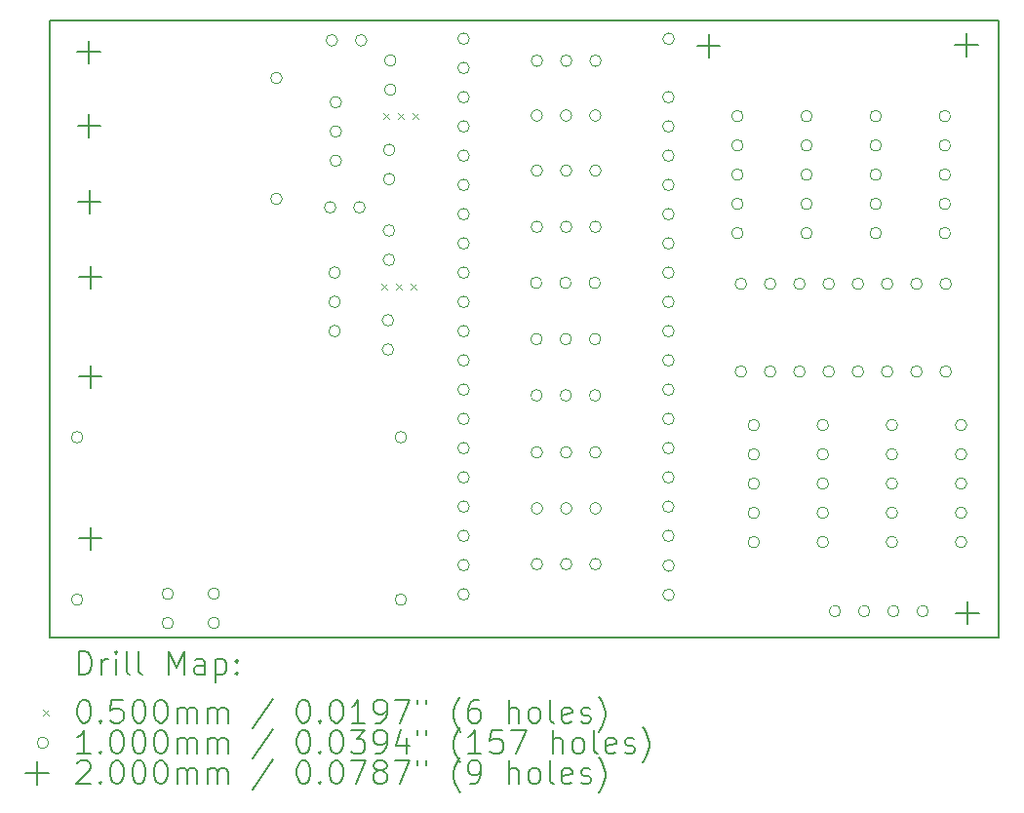
<source format=gbr>
%TF.GenerationSoftware,KiCad,Pcbnew,9.0.4*%
%TF.CreationDate,2026-01-06T18:54:20+03:00*%
%TF.ProjectId,pico-hd-mcu-v3,7069636f-2d68-4642-9d6d-63752d76332e,rev?*%
%TF.SameCoordinates,Original*%
%TF.FileFunction,Drillmap*%
%TF.FilePolarity,Positive*%
%FSLAX45Y45*%
G04 Gerber Fmt 4.5, Leading zero omitted, Abs format (unit mm)*
G04 Created by KiCad (PCBNEW 9.0.4) date 2026-01-06 18:54:20*
%MOMM*%
%LPD*%
G01*
G04 APERTURE LIST*
%ADD10C,0.200000*%
%ADD11C,0.100000*%
G04 APERTURE END LIST*
D10*
X3647000Y-2104000D02*
X11882250Y-2104000D01*
X11882250Y-7465000D01*
X3647000Y-7465000D01*
X3647000Y-2104000D01*
D11*
X6530000Y-4390750D02*
X6580000Y-4440750D01*
X6580000Y-4390750D02*
X6530000Y-4440750D01*
X6540000Y-2912750D02*
X6590000Y-2962750D01*
X6590000Y-2912750D02*
X6540000Y-2962750D01*
X6657000Y-4390750D02*
X6707000Y-4440750D01*
X6707000Y-4390750D02*
X6657000Y-4440750D01*
X6667000Y-2912750D02*
X6717000Y-2962750D01*
X6717000Y-2912750D02*
X6667000Y-2962750D01*
X6784000Y-4390750D02*
X6834000Y-4440750D01*
X6834000Y-4390750D02*
X6784000Y-4440750D01*
X6794000Y-2912750D02*
X6844000Y-2962750D01*
X6844000Y-2912750D02*
X6794000Y-2962750D01*
X3934750Y-5725250D02*
G75*
G02*
X3834750Y-5725250I-50000J0D01*
G01*
X3834750Y-5725250D02*
G75*
G02*
X3934750Y-5725250I50000J0D01*
G01*
X3934750Y-7135250D02*
G75*
G02*
X3834750Y-7135250I-50000J0D01*
G01*
X3834750Y-7135250D02*
G75*
G02*
X3934750Y-7135250I50000J0D01*
G01*
X4721250Y-7085250D02*
G75*
G02*
X4621250Y-7085250I-50000J0D01*
G01*
X4621250Y-7085250D02*
G75*
G02*
X4721250Y-7085250I50000J0D01*
G01*
X4721250Y-7339250D02*
G75*
G02*
X4621250Y-7339250I-50000J0D01*
G01*
X4621250Y-7339250D02*
G75*
G02*
X4721250Y-7339250I50000J0D01*
G01*
X5121750Y-7084250D02*
G75*
G02*
X5021750Y-7084250I-50000J0D01*
G01*
X5021750Y-7084250D02*
G75*
G02*
X5121750Y-7084250I50000J0D01*
G01*
X5121750Y-7338250D02*
G75*
G02*
X5021750Y-7338250I-50000J0D01*
G01*
X5021750Y-7338250D02*
G75*
G02*
X5121750Y-7338250I50000J0D01*
G01*
X5665000Y-2605250D02*
G75*
G02*
X5565000Y-2605250I-50000J0D01*
G01*
X5565000Y-2605250D02*
G75*
G02*
X5665000Y-2605250I50000J0D01*
G01*
X5665000Y-3655250D02*
G75*
G02*
X5565000Y-3655250I-50000J0D01*
G01*
X5565000Y-3655250D02*
G75*
G02*
X5665000Y-3655250I50000J0D01*
G01*
X6131000Y-3728000D02*
G75*
G02*
X6031000Y-3728000I-50000J0D01*
G01*
X6031000Y-3728000D02*
G75*
G02*
X6131000Y-3728000I50000J0D01*
G01*
X6146000Y-2278500D02*
G75*
G02*
X6046000Y-2278500I-50000J0D01*
G01*
X6046000Y-2278500D02*
G75*
G02*
X6146000Y-2278500I50000J0D01*
G01*
X6170000Y-4295250D02*
G75*
G02*
X6070000Y-4295250I-50000J0D01*
G01*
X6070000Y-4295250D02*
G75*
G02*
X6170000Y-4295250I50000J0D01*
G01*
X6170000Y-4549250D02*
G75*
G02*
X6070000Y-4549250I-50000J0D01*
G01*
X6070000Y-4549250D02*
G75*
G02*
X6170000Y-4549250I50000J0D01*
G01*
X6170000Y-4803250D02*
G75*
G02*
X6070000Y-4803250I-50000J0D01*
G01*
X6070000Y-4803250D02*
G75*
G02*
X6170000Y-4803250I50000J0D01*
G01*
X6180000Y-2815250D02*
G75*
G02*
X6080000Y-2815250I-50000J0D01*
G01*
X6080000Y-2815250D02*
G75*
G02*
X6180000Y-2815250I50000J0D01*
G01*
X6180000Y-3069250D02*
G75*
G02*
X6080000Y-3069250I-50000J0D01*
G01*
X6080000Y-3069250D02*
G75*
G02*
X6180000Y-3069250I50000J0D01*
G01*
X6180000Y-3323250D02*
G75*
G02*
X6080000Y-3323250I-50000J0D01*
G01*
X6080000Y-3323250D02*
G75*
G02*
X6180000Y-3323250I50000J0D01*
G01*
X6385000Y-3728000D02*
G75*
G02*
X6285000Y-3728000I-50000J0D01*
G01*
X6285000Y-3728000D02*
G75*
G02*
X6385000Y-3728000I50000J0D01*
G01*
X6400000Y-2278500D02*
G75*
G02*
X6300000Y-2278500I-50000J0D01*
G01*
X6300000Y-2278500D02*
G75*
G02*
X6400000Y-2278500I50000J0D01*
G01*
X6633000Y-4709250D02*
G75*
G02*
X6533000Y-4709250I-50000J0D01*
G01*
X6533000Y-4709250D02*
G75*
G02*
X6633000Y-4709250I50000J0D01*
G01*
X6633000Y-4963250D02*
G75*
G02*
X6533000Y-4963250I-50000J0D01*
G01*
X6533000Y-4963250D02*
G75*
G02*
X6633000Y-4963250I50000J0D01*
G01*
X6642000Y-3929750D02*
G75*
G02*
X6542000Y-3929750I-50000J0D01*
G01*
X6542000Y-3929750D02*
G75*
G02*
X6642000Y-3929750I50000J0D01*
G01*
X6642000Y-4183750D02*
G75*
G02*
X6542000Y-4183750I-50000J0D01*
G01*
X6542000Y-4183750D02*
G75*
G02*
X6642000Y-4183750I50000J0D01*
G01*
X6644000Y-3229250D02*
G75*
G02*
X6544000Y-3229250I-50000J0D01*
G01*
X6544000Y-3229250D02*
G75*
G02*
X6644000Y-3229250I50000J0D01*
G01*
X6644000Y-3483250D02*
G75*
G02*
X6544000Y-3483250I-50000J0D01*
G01*
X6544000Y-3483250D02*
G75*
G02*
X6644000Y-3483250I50000J0D01*
G01*
X6653500Y-2452250D02*
G75*
G02*
X6553500Y-2452250I-50000J0D01*
G01*
X6553500Y-2452250D02*
G75*
G02*
X6653500Y-2452250I50000J0D01*
G01*
X6653500Y-2706250D02*
G75*
G02*
X6553500Y-2706250I-50000J0D01*
G01*
X6553500Y-2706250D02*
G75*
G02*
X6653500Y-2706250I50000J0D01*
G01*
X6744750Y-5725250D02*
G75*
G02*
X6644750Y-5725250I-50000J0D01*
G01*
X6644750Y-5725250D02*
G75*
G02*
X6744750Y-5725250I50000J0D01*
G01*
X6744750Y-7135250D02*
G75*
G02*
X6644750Y-7135250I-50000J0D01*
G01*
X6644750Y-7135250D02*
G75*
G02*
X6744750Y-7135250I50000J0D01*
G01*
X7290250Y-2264250D02*
G75*
G02*
X7190250Y-2264250I-50000J0D01*
G01*
X7190250Y-2264250D02*
G75*
G02*
X7290250Y-2264250I50000J0D01*
G01*
X7290250Y-2518250D02*
G75*
G02*
X7190250Y-2518250I-50000J0D01*
G01*
X7190250Y-2518250D02*
G75*
G02*
X7290250Y-2518250I50000J0D01*
G01*
X7290250Y-2772250D02*
G75*
G02*
X7190250Y-2772250I-50000J0D01*
G01*
X7190250Y-2772250D02*
G75*
G02*
X7290250Y-2772250I50000J0D01*
G01*
X7290250Y-3026250D02*
G75*
G02*
X7190250Y-3026250I-50000J0D01*
G01*
X7190250Y-3026250D02*
G75*
G02*
X7290250Y-3026250I50000J0D01*
G01*
X7290250Y-3280250D02*
G75*
G02*
X7190250Y-3280250I-50000J0D01*
G01*
X7190250Y-3280250D02*
G75*
G02*
X7290250Y-3280250I50000J0D01*
G01*
X7290250Y-3534250D02*
G75*
G02*
X7190250Y-3534250I-50000J0D01*
G01*
X7190250Y-3534250D02*
G75*
G02*
X7290250Y-3534250I50000J0D01*
G01*
X7290250Y-3788250D02*
G75*
G02*
X7190250Y-3788250I-50000J0D01*
G01*
X7190250Y-3788250D02*
G75*
G02*
X7290250Y-3788250I50000J0D01*
G01*
X7290250Y-4042250D02*
G75*
G02*
X7190250Y-4042250I-50000J0D01*
G01*
X7190250Y-4042250D02*
G75*
G02*
X7290250Y-4042250I50000J0D01*
G01*
X7290250Y-4296250D02*
G75*
G02*
X7190250Y-4296250I-50000J0D01*
G01*
X7190250Y-4296250D02*
G75*
G02*
X7290250Y-4296250I50000J0D01*
G01*
X7290250Y-4550250D02*
G75*
G02*
X7190250Y-4550250I-50000J0D01*
G01*
X7190250Y-4550250D02*
G75*
G02*
X7290250Y-4550250I50000J0D01*
G01*
X7290250Y-4804250D02*
G75*
G02*
X7190250Y-4804250I-50000J0D01*
G01*
X7190250Y-4804250D02*
G75*
G02*
X7290250Y-4804250I50000J0D01*
G01*
X7290250Y-5058250D02*
G75*
G02*
X7190250Y-5058250I-50000J0D01*
G01*
X7190250Y-5058250D02*
G75*
G02*
X7290250Y-5058250I50000J0D01*
G01*
X7290250Y-5312250D02*
G75*
G02*
X7190250Y-5312250I-50000J0D01*
G01*
X7190250Y-5312250D02*
G75*
G02*
X7290250Y-5312250I50000J0D01*
G01*
X7290250Y-5566250D02*
G75*
G02*
X7190250Y-5566250I-50000J0D01*
G01*
X7190250Y-5566250D02*
G75*
G02*
X7290250Y-5566250I50000J0D01*
G01*
X7290250Y-5820250D02*
G75*
G02*
X7190250Y-5820250I-50000J0D01*
G01*
X7190250Y-5820250D02*
G75*
G02*
X7290250Y-5820250I50000J0D01*
G01*
X7290250Y-6074250D02*
G75*
G02*
X7190250Y-6074250I-50000J0D01*
G01*
X7190250Y-6074250D02*
G75*
G02*
X7290250Y-6074250I50000J0D01*
G01*
X7290250Y-6328250D02*
G75*
G02*
X7190250Y-6328250I-50000J0D01*
G01*
X7190250Y-6328250D02*
G75*
G02*
X7290250Y-6328250I50000J0D01*
G01*
X7290250Y-6582250D02*
G75*
G02*
X7190250Y-6582250I-50000J0D01*
G01*
X7190250Y-6582250D02*
G75*
G02*
X7290250Y-6582250I50000J0D01*
G01*
X7290250Y-6836250D02*
G75*
G02*
X7190250Y-6836250I-50000J0D01*
G01*
X7190250Y-6836250D02*
G75*
G02*
X7290250Y-6836250I50000J0D01*
G01*
X7290250Y-7090250D02*
G75*
G02*
X7190250Y-7090250I-50000J0D01*
G01*
X7190250Y-7090250D02*
G75*
G02*
X7290250Y-7090250I50000J0D01*
G01*
X7920000Y-4384000D02*
G75*
G02*
X7820000Y-4384000I-50000J0D01*
G01*
X7820000Y-4384000D02*
G75*
G02*
X7920000Y-4384000I50000J0D01*
G01*
X7923000Y-4873000D02*
G75*
G02*
X7823000Y-4873000I-50000J0D01*
G01*
X7823000Y-4873000D02*
G75*
G02*
X7923000Y-4873000I50000J0D01*
G01*
X7923000Y-5362000D02*
G75*
G02*
X7823000Y-5362000I-50000J0D01*
G01*
X7823000Y-5362000D02*
G75*
G02*
X7923000Y-5362000I50000J0D01*
G01*
X7925000Y-5856000D02*
G75*
G02*
X7825000Y-5856000I-50000J0D01*
G01*
X7825000Y-5856000D02*
G75*
G02*
X7925000Y-5856000I50000J0D01*
G01*
X7926000Y-2931000D02*
G75*
G02*
X7826000Y-2931000I-50000J0D01*
G01*
X7826000Y-2931000D02*
G75*
G02*
X7926000Y-2931000I50000J0D01*
G01*
X7926000Y-3898000D02*
G75*
G02*
X7826000Y-3898000I-50000J0D01*
G01*
X7826000Y-3898000D02*
G75*
G02*
X7926000Y-3898000I50000J0D01*
G01*
X7926250Y-3410000D02*
G75*
G02*
X7826250Y-3410000I-50000J0D01*
G01*
X7826250Y-3410000D02*
G75*
G02*
X7926250Y-3410000I50000J0D01*
G01*
X7927000Y-2455000D02*
G75*
G02*
X7827000Y-2455000I-50000J0D01*
G01*
X7827000Y-2455000D02*
G75*
G02*
X7927000Y-2455000I50000J0D01*
G01*
X7927000Y-6343000D02*
G75*
G02*
X7827000Y-6343000I-50000J0D01*
G01*
X7827000Y-6343000D02*
G75*
G02*
X7927000Y-6343000I50000J0D01*
G01*
X7927000Y-6828000D02*
G75*
G02*
X7827000Y-6828000I-50000J0D01*
G01*
X7827000Y-6828000D02*
G75*
G02*
X7927000Y-6828000I50000J0D01*
G01*
X8174000Y-4384000D02*
G75*
G02*
X8074000Y-4384000I-50000J0D01*
G01*
X8074000Y-4384000D02*
G75*
G02*
X8174000Y-4384000I50000J0D01*
G01*
X8177000Y-4873000D02*
G75*
G02*
X8077000Y-4873000I-50000J0D01*
G01*
X8077000Y-4873000D02*
G75*
G02*
X8177000Y-4873000I50000J0D01*
G01*
X8177000Y-5362000D02*
G75*
G02*
X8077000Y-5362000I-50000J0D01*
G01*
X8077000Y-5362000D02*
G75*
G02*
X8177000Y-5362000I50000J0D01*
G01*
X8179000Y-5856000D02*
G75*
G02*
X8079000Y-5856000I-50000J0D01*
G01*
X8079000Y-5856000D02*
G75*
G02*
X8179000Y-5856000I50000J0D01*
G01*
X8180000Y-2931000D02*
G75*
G02*
X8080000Y-2931000I-50000J0D01*
G01*
X8080000Y-2931000D02*
G75*
G02*
X8180000Y-2931000I50000J0D01*
G01*
X8180000Y-3898000D02*
G75*
G02*
X8080000Y-3898000I-50000J0D01*
G01*
X8080000Y-3898000D02*
G75*
G02*
X8180000Y-3898000I50000J0D01*
G01*
X8180250Y-3410000D02*
G75*
G02*
X8080250Y-3410000I-50000J0D01*
G01*
X8080250Y-3410000D02*
G75*
G02*
X8180250Y-3410000I50000J0D01*
G01*
X8181000Y-2455000D02*
G75*
G02*
X8081000Y-2455000I-50000J0D01*
G01*
X8081000Y-2455000D02*
G75*
G02*
X8181000Y-2455000I50000J0D01*
G01*
X8181000Y-6343000D02*
G75*
G02*
X8081000Y-6343000I-50000J0D01*
G01*
X8081000Y-6343000D02*
G75*
G02*
X8181000Y-6343000I50000J0D01*
G01*
X8181000Y-6828000D02*
G75*
G02*
X8081000Y-6828000I-50000J0D01*
G01*
X8081000Y-6828000D02*
G75*
G02*
X8181000Y-6828000I50000J0D01*
G01*
X8428000Y-4384000D02*
G75*
G02*
X8328000Y-4384000I-50000J0D01*
G01*
X8328000Y-4384000D02*
G75*
G02*
X8428000Y-4384000I50000J0D01*
G01*
X8431000Y-4873000D02*
G75*
G02*
X8331000Y-4873000I-50000J0D01*
G01*
X8331000Y-4873000D02*
G75*
G02*
X8431000Y-4873000I50000J0D01*
G01*
X8431000Y-5362000D02*
G75*
G02*
X8331000Y-5362000I-50000J0D01*
G01*
X8331000Y-5362000D02*
G75*
G02*
X8431000Y-5362000I50000J0D01*
G01*
X8433000Y-5856000D02*
G75*
G02*
X8333000Y-5856000I-50000J0D01*
G01*
X8333000Y-5856000D02*
G75*
G02*
X8433000Y-5856000I50000J0D01*
G01*
X8434000Y-2931000D02*
G75*
G02*
X8334000Y-2931000I-50000J0D01*
G01*
X8334000Y-2931000D02*
G75*
G02*
X8434000Y-2931000I50000J0D01*
G01*
X8434000Y-3898000D02*
G75*
G02*
X8334000Y-3898000I-50000J0D01*
G01*
X8334000Y-3898000D02*
G75*
G02*
X8434000Y-3898000I50000J0D01*
G01*
X8434250Y-3410000D02*
G75*
G02*
X8334250Y-3410000I-50000J0D01*
G01*
X8334250Y-3410000D02*
G75*
G02*
X8434250Y-3410000I50000J0D01*
G01*
X8435000Y-2455000D02*
G75*
G02*
X8335000Y-2455000I-50000J0D01*
G01*
X8335000Y-2455000D02*
G75*
G02*
X8435000Y-2455000I50000J0D01*
G01*
X8435000Y-6343000D02*
G75*
G02*
X8335000Y-6343000I-50000J0D01*
G01*
X8335000Y-6343000D02*
G75*
G02*
X8435000Y-6343000I50000J0D01*
G01*
X8435000Y-6828000D02*
G75*
G02*
X8335000Y-6828000I-50000J0D01*
G01*
X8335000Y-6828000D02*
G75*
G02*
X8435000Y-6828000I50000J0D01*
G01*
X9067000Y-6328000D02*
G75*
G02*
X8967000Y-6328000I-50000J0D01*
G01*
X8967000Y-6328000D02*
G75*
G02*
X9067000Y-6328000I50000J0D01*
G01*
X9068250Y-2772250D02*
G75*
G02*
X8968250Y-2772250I-50000J0D01*
G01*
X8968250Y-2772250D02*
G75*
G02*
X9068250Y-2772250I50000J0D01*
G01*
X9068250Y-3026250D02*
G75*
G02*
X8968250Y-3026250I-50000J0D01*
G01*
X8968250Y-3026250D02*
G75*
G02*
X9068250Y-3026250I50000J0D01*
G01*
X9068250Y-3280250D02*
G75*
G02*
X8968250Y-3280250I-50000J0D01*
G01*
X8968250Y-3280250D02*
G75*
G02*
X9068250Y-3280250I50000J0D01*
G01*
X9068250Y-3534250D02*
G75*
G02*
X8968250Y-3534250I-50000J0D01*
G01*
X8968250Y-3534250D02*
G75*
G02*
X9068250Y-3534250I50000J0D01*
G01*
X9068250Y-3788250D02*
G75*
G02*
X8968250Y-3788250I-50000J0D01*
G01*
X8968250Y-3788250D02*
G75*
G02*
X9068250Y-3788250I50000J0D01*
G01*
X9068250Y-4042250D02*
G75*
G02*
X8968250Y-4042250I-50000J0D01*
G01*
X8968250Y-4042250D02*
G75*
G02*
X9068250Y-4042250I50000J0D01*
G01*
X9068250Y-4296250D02*
G75*
G02*
X8968250Y-4296250I-50000J0D01*
G01*
X8968250Y-4296250D02*
G75*
G02*
X9068250Y-4296250I50000J0D01*
G01*
X9068250Y-4550250D02*
G75*
G02*
X8968250Y-4550250I-50000J0D01*
G01*
X8968250Y-4550250D02*
G75*
G02*
X9068250Y-4550250I50000J0D01*
G01*
X9068250Y-4804250D02*
G75*
G02*
X8968250Y-4804250I-50000J0D01*
G01*
X8968250Y-4804250D02*
G75*
G02*
X9068250Y-4804250I50000J0D01*
G01*
X9068250Y-5058250D02*
G75*
G02*
X8968250Y-5058250I-50000J0D01*
G01*
X8968250Y-5058250D02*
G75*
G02*
X9068250Y-5058250I50000J0D01*
G01*
X9068250Y-5312250D02*
G75*
G02*
X8968250Y-5312250I-50000J0D01*
G01*
X8968250Y-5312250D02*
G75*
G02*
X9068250Y-5312250I50000J0D01*
G01*
X9068250Y-5566250D02*
G75*
G02*
X8968250Y-5566250I-50000J0D01*
G01*
X8968250Y-5566250D02*
G75*
G02*
X9068250Y-5566250I50000J0D01*
G01*
X9068250Y-5820250D02*
G75*
G02*
X8968250Y-5820250I-50000J0D01*
G01*
X8968250Y-5820250D02*
G75*
G02*
X9068250Y-5820250I50000J0D01*
G01*
X9068250Y-6074250D02*
G75*
G02*
X8968250Y-6074250I-50000J0D01*
G01*
X8968250Y-6074250D02*
G75*
G02*
X9068250Y-6074250I50000J0D01*
G01*
X9068250Y-6582250D02*
G75*
G02*
X8968250Y-6582250I-50000J0D01*
G01*
X8968250Y-6582250D02*
G75*
G02*
X9068250Y-6582250I50000J0D01*
G01*
X9069650Y-6839900D02*
G75*
G02*
X8969650Y-6839900I-50000J0D01*
G01*
X8969650Y-6839900D02*
G75*
G02*
X9069650Y-6839900I50000J0D01*
G01*
X9069650Y-7093900D02*
G75*
G02*
X8969650Y-7093900I-50000J0D01*
G01*
X8969650Y-7093900D02*
G75*
G02*
X9069650Y-7093900I50000J0D01*
G01*
X9070000Y-2265000D02*
G75*
G02*
X8970000Y-2265000I-50000J0D01*
G01*
X8970000Y-2265000D02*
G75*
G02*
X9070000Y-2265000I50000J0D01*
G01*
X9667750Y-2936750D02*
G75*
G02*
X9567750Y-2936750I-50000J0D01*
G01*
X9567750Y-2936750D02*
G75*
G02*
X9667750Y-2936750I50000J0D01*
G01*
X9667750Y-3190750D02*
G75*
G02*
X9567750Y-3190750I-50000J0D01*
G01*
X9567750Y-3190750D02*
G75*
G02*
X9667750Y-3190750I50000J0D01*
G01*
X9667750Y-3444750D02*
G75*
G02*
X9567750Y-3444750I-50000J0D01*
G01*
X9567750Y-3444750D02*
G75*
G02*
X9667750Y-3444750I50000J0D01*
G01*
X9667750Y-3698750D02*
G75*
G02*
X9567750Y-3698750I-50000J0D01*
G01*
X9567750Y-3698750D02*
G75*
G02*
X9667750Y-3698750I50000J0D01*
G01*
X9667750Y-3952750D02*
G75*
G02*
X9567750Y-3952750I-50000J0D01*
G01*
X9567750Y-3952750D02*
G75*
G02*
X9667750Y-3952750I50000J0D01*
G01*
X9697500Y-4392750D02*
G75*
G02*
X9597500Y-4392750I-50000J0D01*
G01*
X9597500Y-4392750D02*
G75*
G02*
X9697500Y-4392750I50000J0D01*
G01*
X9697500Y-5154750D02*
G75*
G02*
X9597500Y-5154750I-50000J0D01*
G01*
X9597500Y-5154750D02*
G75*
G02*
X9697500Y-5154750I50000J0D01*
G01*
X9808750Y-5619750D02*
G75*
G02*
X9708750Y-5619750I-50000J0D01*
G01*
X9708750Y-5619750D02*
G75*
G02*
X9808750Y-5619750I50000J0D01*
G01*
X9808750Y-5873750D02*
G75*
G02*
X9708750Y-5873750I-50000J0D01*
G01*
X9708750Y-5873750D02*
G75*
G02*
X9808750Y-5873750I50000J0D01*
G01*
X9808750Y-6127750D02*
G75*
G02*
X9708750Y-6127750I-50000J0D01*
G01*
X9708750Y-6127750D02*
G75*
G02*
X9808750Y-6127750I50000J0D01*
G01*
X9808750Y-6381750D02*
G75*
G02*
X9708750Y-6381750I-50000J0D01*
G01*
X9708750Y-6381750D02*
G75*
G02*
X9808750Y-6381750I50000J0D01*
G01*
X9808750Y-6635750D02*
G75*
G02*
X9708750Y-6635750I-50000J0D01*
G01*
X9708750Y-6635750D02*
G75*
G02*
X9808750Y-6635750I50000J0D01*
G01*
X9951500Y-4392750D02*
G75*
G02*
X9851500Y-4392750I-50000J0D01*
G01*
X9851500Y-4392750D02*
G75*
G02*
X9951500Y-4392750I50000J0D01*
G01*
X9951500Y-5154750D02*
G75*
G02*
X9851500Y-5154750I-50000J0D01*
G01*
X9851500Y-5154750D02*
G75*
G02*
X9951500Y-5154750I50000J0D01*
G01*
X10205500Y-4392750D02*
G75*
G02*
X10105500Y-4392750I-50000J0D01*
G01*
X10105500Y-4392750D02*
G75*
G02*
X10205500Y-4392750I50000J0D01*
G01*
X10205500Y-5154750D02*
G75*
G02*
X10105500Y-5154750I-50000J0D01*
G01*
X10105500Y-5154750D02*
G75*
G02*
X10205500Y-5154750I50000J0D01*
G01*
X10267750Y-2936750D02*
G75*
G02*
X10167750Y-2936750I-50000J0D01*
G01*
X10167750Y-2936750D02*
G75*
G02*
X10267750Y-2936750I50000J0D01*
G01*
X10267750Y-3190750D02*
G75*
G02*
X10167750Y-3190750I-50000J0D01*
G01*
X10167750Y-3190750D02*
G75*
G02*
X10267750Y-3190750I50000J0D01*
G01*
X10267750Y-3444750D02*
G75*
G02*
X10167750Y-3444750I-50000J0D01*
G01*
X10167750Y-3444750D02*
G75*
G02*
X10267750Y-3444750I50000J0D01*
G01*
X10267750Y-3698750D02*
G75*
G02*
X10167750Y-3698750I-50000J0D01*
G01*
X10167750Y-3698750D02*
G75*
G02*
X10267750Y-3698750I50000J0D01*
G01*
X10267750Y-3952750D02*
G75*
G02*
X10167750Y-3952750I-50000J0D01*
G01*
X10167750Y-3952750D02*
G75*
G02*
X10267750Y-3952750I50000J0D01*
G01*
X10408750Y-5619750D02*
G75*
G02*
X10308750Y-5619750I-50000J0D01*
G01*
X10308750Y-5619750D02*
G75*
G02*
X10408750Y-5619750I50000J0D01*
G01*
X10408750Y-5873750D02*
G75*
G02*
X10308750Y-5873750I-50000J0D01*
G01*
X10308750Y-5873750D02*
G75*
G02*
X10408750Y-5873750I50000J0D01*
G01*
X10408750Y-6127750D02*
G75*
G02*
X10308750Y-6127750I-50000J0D01*
G01*
X10308750Y-6127750D02*
G75*
G02*
X10408750Y-6127750I50000J0D01*
G01*
X10408750Y-6381750D02*
G75*
G02*
X10308750Y-6381750I-50000J0D01*
G01*
X10308750Y-6381750D02*
G75*
G02*
X10408750Y-6381750I50000J0D01*
G01*
X10408750Y-6635750D02*
G75*
G02*
X10308750Y-6635750I-50000J0D01*
G01*
X10308750Y-6635750D02*
G75*
G02*
X10408750Y-6635750I50000J0D01*
G01*
X10459500Y-4392750D02*
G75*
G02*
X10359500Y-4392750I-50000J0D01*
G01*
X10359500Y-4392750D02*
G75*
G02*
X10459500Y-4392750I50000J0D01*
G01*
X10459500Y-5154750D02*
G75*
G02*
X10359500Y-5154750I-50000J0D01*
G01*
X10359500Y-5154750D02*
G75*
G02*
X10459500Y-5154750I50000J0D01*
G01*
X10513500Y-7236000D02*
G75*
G02*
X10413500Y-7236000I-50000J0D01*
G01*
X10413500Y-7236000D02*
G75*
G02*
X10513500Y-7236000I50000J0D01*
G01*
X10713500Y-4392750D02*
G75*
G02*
X10613500Y-4392750I-50000J0D01*
G01*
X10613500Y-4392750D02*
G75*
G02*
X10713500Y-4392750I50000J0D01*
G01*
X10713500Y-5154750D02*
G75*
G02*
X10613500Y-5154750I-50000J0D01*
G01*
X10613500Y-5154750D02*
G75*
G02*
X10713500Y-5154750I50000J0D01*
G01*
X10767500Y-7236000D02*
G75*
G02*
X10667500Y-7236000I-50000J0D01*
G01*
X10667500Y-7236000D02*
G75*
G02*
X10767500Y-7236000I50000J0D01*
G01*
X10867750Y-2936750D02*
G75*
G02*
X10767750Y-2936750I-50000J0D01*
G01*
X10767750Y-2936750D02*
G75*
G02*
X10867750Y-2936750I50000J0D01*
G01*
X10867750Y-3190750D02*
G75*
G02*
X10767750Y-3190750I-50000J0D01*
G01*
X10767750Y-3190750D02*
G75*
G02*
X10867750Y-3190750I50000J0D01*
G01*
X10867750Y-3444750D02*
G75*
G02*
X10767750Y-3444750I-50000J0D01*
G01*
X10767750Y-3444750D02*
G75*
G02*
X10867750Y-3444750I50000J0D01*
G01*
X10867750Y-3698750D02*
G75*
G02*
X10767750Y-3698750I-50000J0D01*
G01*
X10767750Y-3698750D02*
G75*
G02*
X10867750Y-3698750I50000J0D01*
G01*
X10867750Y-3952750D02*
G75*
G02*
X10767750Y-3952750I-50000J0D01*
G01*
X10767750Y-3952750D02*
G75*
G02*
X10867750Y-3952750I50000J0D01*
G01*
X10967500Y-4392750D02*
G75*
G02*
X10867500Y-4392750I-50000J0D01*
G01*
X10867500Y-4392750D02*
G75*
G02*
X10967500Y-4392750I50000J0D01*
G01*
X10967500Y-5154750D02*
G75*
G02*
X10867500Y-5154750I-50000J0D01*
G01*
X10867500Y-5154750D02*
G75*
G02*
X10967500Y-5154750I50000J0D01*
G01*
X11008750Y-5619750D02*
G75*
G02*
X10908750Y-5619750I-50000J0D01*
G01*
X10908750Y-5619750D02*
G75*
G02*
X11008750Y-5619750I50000J0D01*
G01*
X11008750Y-5873750D02*
G75*
G02*
X10908750Y-5873750I-50000J0D01*
G01*
X10908750Y-5873750D02*
G75*
G02*
X11008750Y-5873750I50000J0D01*
G01*
X11008750Y-6127750D02*
G75*
G02*
X10908750Y-6127750I-50000J0D01*
G01*
X10908750Y-6127750D02*
G75*
G02*
X11008750Y-6127750I50000J0D01*
G01*
X11008750Y-6381750D02*
G75*
G02*
X10908750Y-6381750I-50000J0D01*
G01*
X10908750Y-6381750D02*
G75*
G02*
X11008750Y-6381750I50000J0D01*
G01*
X11008750Y-6635750D02*
G75*
G02*
X10908750Y-6635750I-50000J0D01*
G01*
X10908750Y-6635750D02*
G75*
G02*
X11008750Y-6635750I50000J0D01*
G01*
X11021500Y-7236000D02*
G75*
G02*
X10921500Y-7236000I-50000J0D01*
G01*
X10921500Y-7236000D02*
G75*
G02*
X11021500Y-7236000I50000J0D01*
G01*
X11221500Y-4392750D02*
G75*
G02*
X11121500Y-4392750I-50000J0D01*
G01*
X11121500Y-4392750D02*
G75*
G02*
X11221500Y-4392750I50000J0D01*
G01*
X11221500Y-5154750D02*
G75*
G02*
X11121500Y-5154750I-50000J0D01*
G01*
X11121500Y-5154750D02*
G75*
G02*
X11221500Y-5154750I50000J0D01*
G01*
X11275500Y-7236000D02*
G75*
G02*
X11175500Y-7236000I-50000J0D01*
G01*
X11175500Y-7236000D02*
G75*
G02*
X11275500Y-7236000I50000J0D01*
G01*
X11467750Y-2936750D02*
G75*
G02*
X11367750Y-2936750I-50000J0D01*
G01*
X11367750Y-2936750D02*
G75*
G02*
X11467750Y-2936750I50000J0D01*
G01*
X11467750Y-3190750D02*
G75*
G02*
X11367750Y-3190750I-50000J0D01*
G01*
X11367750Y-3190750D02*
G75*
G02*
X11467750Y-3190750I50000J0D01*
G01*
X11467750Y-3444750D02*
G75*
G02*
X11367750Y-3444750I-50000J0D01*
G01*
X11367750Y-3444750D02*
G75*
G02*
X11467750Y-3444750I50000J0D01*
G01*
X11467750Y-3698750D02*
G75*
G02*
X11367750Y-3698750I-50000J0D01*
G01*
X11367750Y-3698750D02*
G75*
G02*
X11467750Y-3698750I50000J0D01*
G01*
X11467750Y-3952750D02*
G75*
G02*
X11367750Y-3952750I-50000J0D01*
G01*
X11367750Y-3952750D02*
G75*
G02*
X11467750Y-3952750I50000J0D01*
G01*
X11475500Y-4392750D02*
G75*
G02*
X11375500Y-4392750I-50000J0D01*
G01*
X11375500Y-4392750D02*
G75*
G02*
X11475500Y-4392750I50000J0D01*
G01*
X11475500Y-5154750D02*
G75*
G02*
X11375500Y-5154750I-50000J0D01*
G01*
X11375500Y-5154750D02*
G75*
G02*
X11475500Y-5154750I50000J0D01*
G01*
X11608750Y-5619750D02*
G75*
G02*
X11508750Y-5619750I-50000J0D01*
G01*
X11508750Y-5619750D02*
G75*
G02*
X11608750Y-5619750I50000J0D01*
G01*
X11608750Y-5873750D02*
G75*
G02*
X11508750Y-5873750I-50000J0D01*
G01*
X11508750Y-5873750D02*
G75*
G02*
X11608750Y-5873750I50000J0D01*
G01*
X11608750Y-6127750D02*
G75*
G02*
X11508750Y-6127750I-50000J0D01*
G01*
X11508750Y-6127750D02*
G75*
G02*
X11608750Y-6127750I50000J0D01*
G01*
X11608750Y-6381750D02*
G75*
G02*
X11508750Y-6381750I-50000J0D01*
G01*
X11508750Y-6381750D02*
G75*
G02*
X11608750Y-6381750I50000J0D01*
G01*
X11608750Y-6635750D02*
G75*
G02*
X11508750Y-6635750I-50000J0D01*
G01*
X11508750Y-6635750D02*
G75*
G02*
X11608750Y-6635750I50000J0D01*
G01*
D10*
X3986750Y-2280000D02*
X3986750Y-2480000D01*
X3886750Y-2380000D02*
X4086750Y-2380000D01*
X3990000Y-2920000D02*
X3990000Y-3120000D01*
X3890000Y-3020000D02*
X4090000Y-3020000D01*
X3991000Y-3578750D02*
X3991000Y-3778750D01*
X3891000Y-3678750D02*
X4091000Y-3678750D01*
X3999500Y-4235750D02*
X3999500Y-4435750D01*
X3899500Y-4335750D02*
X4099500Y-4335750D01*
X4000000Y-5100000D02*
X4000000Y-5300000D01*
X3900000Y-5200000D02*
X4100000Y-5200000D01*
X4000000Y-6504250D02*
X4000000Y-6704250D01*
X3900000Y-6604250D02*
X4100000Y-6604250D01*
X9367500Y-2224250D02*
X9367500Y-2424250D01*
X9267500Y-2324250D02*
X9467500Y-2324250D01*
X11604000Y-2219000D02*
X11604000Y-2419000D01*
X11504000Y-2319000D02*
X11704000Y-2319000D01*
X11615000Y-7150000D02*
X11615000Y-7350000D01*
X11515000Y-7250000D02*
X11715000Y-7250000D01*
X3897777Y-7786484D02*
X3897777Y-7586484D01*
X3897777Y-7586484D02*
X3945396Y-7586484D01*
X3945396Y-7586484D02*
X3973967Y-7596008D01*
X3973967Y-7596008D02*
X3993015Y-7615055D01*
X3993015Y-7615055D02*
X4002539Y-7634103D01*
X4002539Y-7634103D02*
X4012062Y-7672198D01*
X4012062Y-7672198D02*
X4012062Y-7700769D01*
X4012062Y-7700769D02*
X4002539Y-7738865D01*
X4002539Y-7738865D02*
X3993015Y-7757912D01*
X3993015Y-7757912D02*
X3973967Y-7776960D01*
X3973967Y-7776960D02*
X3945396Y-7786484D01*
X3945396Y-7786484D02*
X3897777Y-7786484D01*
X4097777Y-7786484D02*
X4097777Y-7653150D01*
X4097777Y-7691246D02*
X4107301Y-7672198D01*
X4107301Y-7672198D02*
X4116824Y-7662674D01*
X4116824Y-7662674D02*
X4135872Y-7653150D01*
X4135872Y-7653150D02*
X4154920Y-7653150D01*
X4221586Y-7786484D02*
X4221586Y-7653150D01*
X4221586Y-7586484D02*
X4212063Y-7596008D01*
X4212063Y-7596008D02*
X4221586Y-7605531D01*
X4221586Y-7605531D02*
X4231110Y-7596008D01*
X4231110Y-7596008D02*
X4221586Y-7586484D01*
X4221586Y-7586484D02*
X4221586Y-7605531D01*
X4345396Y-7786484D02*
X4326348Y-7776960D01*
X4326348Y-7776960D02*
X4316824Y-7757912D01*
X4316824Y-7757912D02*
X4316824Y-7586484D01*
X4450158Y-7786484D02*
X4431110Y-7776960D01*
X4431110Y-7776960D02*
X4421586Y-7757912D01*
X4421586Y-7757912D02*
X4421586Y-7586484D01*
X4678729Y-7786484D02*
X4678729Y-7586484D01*
X4678729Y-7586484D02*
X4745396Y-7729341D01*
X4745396Y-7729341D02*
X4812063Y-7586484D01*
X4812063Y-7586484D02*
X4812063Y-7786484D01*
X4993015Y-7786484D02*
X4993015Y-7681722D01*
X4993015Y-7681722D02*
X4983491Y-7662674D01*
X4983491Y-7662674D02*
X4964444Y-7653150D01*
X4964444Y-7653150D02*
X4926348Y-7653150D01*
X4926348Y-7653150D02*
X4907301Y-7662674D01*
X4993015Y-7776960D02*
X4973967Y-7786484D01*
X4973967Y-7786484D02*
X4926348Y-7786484D01*
X4926348Y-7786484D02*
X4907301Y-7776960D01*
X4907301Y-7776960D02*
X4897777Y-7757912D01*
X4897777Y-7757912D02*
X4897777Y-7738865D01*
X4897777Y-7738865D02*
X4907301Y-7719817D01*
X4907301Y-7719817D02*
X4926348Y-7710293D01*
X4926348Y-7710293D02*
X4973967Y-7710293D01*
X4973967Y-7710293D02*
X4993015Y-7700769D01*
X5088253Y-7653150D02*
X5088253Y-7853150D01*
X5088253Y-7662674D02*
X5107301Y-7653150D01*
X5107301Y-7653150D02*
X5145396Y-7653150D01*
X5145396Y-7653150D02*
X5164444Y-7662674D01*
X5164444Y-7662674D02*
X5173967Y-7672198D01*
X5173967Y-7672198D02*
X5183491Y-7691246D01*
X5183491Y-7691246D02*
X5183491Y-7748388D01*
X5183491Y-7748388D02*
X5173967Y-7767436D01*
X5173967Y-7767436D02*
X5164444Y-7776960D01*
X5164444Y-7776960D02*
X5145396Y-7786484D01*
X5145396Y-7786484D02*
X5107301Y-7786484D01*
X5107301Y-7786484D02*
X5088253Y-7776960D01*
X5269205Y-7767436D02*
X5278729Y-7776960D01*
X5278729Y-7776960D02*
X5269205Y-7786484D01*
X5269205Y-7786484D02*
X5259682Y-7776960D01*
X5259682Y-7776960D02*
X5269205Y-7767436D01*
X5269205Y-7767436D02*
X5269205Y-7786484D01*
X5269205Y-7662674D02*
X5278729Y-7672198D01*
X5278729Y-7672198D02*
X5269205Y-7681722D01*
X5269205Y-7681722D02*
X5259682Y-7672198D01*
X5259682Y-7672198D02*
X5269205Y-7662674D01*
X5269205Y-7662674D02*
X5269205Y-7681722D01*
D11*
X3587000Y-8090000D02*
X3637000Y-8140000D01*
X3637000Y-8090000D02*
X3587000Y-8140000D01*
D10*
X3935872Y-8006484D02*
X3954920Y-8006484D01*
X3954920Y-8006484D02*
X3973967Y-8016008D01*
X3973967Y-8016008D02*
X3983491Y-8025531D01*
X3983491Y-8025531D02*
X3993015Y-8044579D01*
X3993015Y-8044579D02*
X4002539Y-8082674D01*
X4002539Y-8082674D02*
X4002539Y-8130293D01*
X4002539Y-8130293D02*
X3993015Y-8168388D01*
X3993015Y-8168388D02*
X3983491Y-8187436D01*
X3983491Y-8187436D02*
X3973967Y-8196960D01*
X3973967Y-8196960D02*
X3954920Y-8206484D01*
X3954920Y-8206484D02*
X3935872Y-8206484D01*
X3935872Y-8206484D02*
X3916824Y-8196960D01*
X3916824Y-8196960D02*
X3907301Y-8187436D01*
X3907301Y-8187436D02*
X3897777Y-8168388D01*
X3897777Y-8168388D02*
X3888253Y-8130293D01*
X3888253Y-8130293D02*
X3888253Y-8082674D01*
X3888253Y-8082674D02*
X3897777Y-8044579D01*
X3897777Y-8044579D02*
X3907301Y-8025531D01*
X3907301Y-8025531D02*
X3916824Y-8016008D01*
X3916824Y-8016008D02*
X3935872Y-8006484D01*
X4088253Y-8187436D02*
X4097777Y-8196960D01*
X4097777Y-8196960D02*
X4088253Y-8206484D01*
X4088253Y-8206484D02*
X4078729Y-8196960D01*
X4078729Y-8196960D02*
X4088253Y-8187436D01*
X4088253Y-8187436D02*
X4088253Y-8206484D01*
X4278729Y-8006484D02*
X4183491Y-8006484D01*
X4183491Y-8006484D02*
X4173967Y-8101722D01*
X4173967Y-8101722D02*
X4183491Y-8092198D01*
X4183491Y-8092198D02*
X4202539Y-8082674D01*
X4202539Y-8082674D02*
X4250158Y-8082674D01*
X4250158Y-8082674D02*
X4269205Y-8092198D01*
X4269205Y-8092198D02*
X4278729Y-8101722D01*
X4278729Y-8101722D02*
X4288253Y-8120769D01*
X4288253Y-8120769D02*
X4288253Y-8168388D01*
X4288253Y-8168388D02*
X4278729Y-8187436D01*
X4278729Y-8187436D02*
X4269205Y-8196960D01*
X4269205Y-8196960D02*
X4250158Y-8206484D01*
X4250158Y-8206484D02*
X4202539Y-8206484D01*
X4202539Y-8206484D02*
X4183491Y-8196960D01*
X4183491Y-8196960D02*
X4173967Y-8187436D01*
X4412063Y-8006484D02*
X4431110Y-8006484D01*
X4431110Y-8006484D02*
X4450158Y-8016008D01*
X4450158Y-8016008D02*
X4459682Y-8025531D01*
X4459682Y-8025531D02*
X4469205Y-8044579D01*
X4469205Y-8044579D02*
X4478729Y-8082674D01*
X4478729Y-8082674D02*
X4478729Y-8130293D01*
X4478729Y-8130293D02*
X4469205Y-8168388D01*
X4469205Y-8168388D02*
X4459682Y-8187436D01*
X4459682Y-8187436D02*
X4450158Y-8196960D01*
X4450158Y-8196960D02*
X4431110Y-8206484D01*
X4431110Y-8206484D02*
X4412063Y-8206484D01*
X4412063Y-8206484D02*
X4393015Y-8196960D01*
X4393015Y-8196960D02*
X4383491Y-8187436D01*
X4383491Y-8187436D02*
X4373967Y-8168388D01*
X4373967Y-8168388D02*
X4364444Y-8130293D01*
X4364444Y-8130293D02*
X4364444Y-8082674D01*
X4364444Y-8082674D02*
X4373967Y-8044579D01*
X4373967Y-8044579D02*
X4383491Y-8025531D01*
X4383491Y-8025531D02*
X4393015Y-8016008D01*
X4393015Y-8016008D02*
X4412063Y-8006484D01*
X4602539Y-8006484D02*
X4621586Y-8006484D01*
X4621586Y-8006484D02*
X4640634Y-8016008D01*
X4640634Y-8016008D02*
X4650158Y-8025531D01*
X4650158Y-8025531D02*
X4659682Y-8044579D01*
X4659682Y-8044579D02*
X4669205Y-8082674D01*
X4669205Y-8082674D02*
X4669205Y-8130293D01*
X4669205Y-8130293D02*
X4659682Y-8168388D01*
X4659682Y-8168388D02*
X4650158Y-8187436D01*
X4650158Y-8187436D02*
X4640634Y-8196960D01*
X4640634Y-8196960D02*
X4621586Y-8206484D01*
X4621586Y-8206484D02*
X4602539Y-8206484D01*
X4602539Y-8206484D02*
X4583491Y-8196960D01*
X4583491Y-8196960D02*
X4573967Y-8187436D01*
X4573967Y-8187436D02*
X4564444Y-8168388D01*
X4564444Y-8168388D02*
X4554920Y-8130293D01*
X4554920Y-8130293D02*
X4554920Y-8082674D01*
X4554920Y-8082674D02*
X4564444Y-8044579D01*
X4564444Y-8044579D02*
X4573967Y-8025531D01*
X4573967Y-8025531D02*
X4583491Y-8016008D01*
X4583491Y-8016008D02*
X4602539Y-8006484D01*
X4754920Y-8206484D02*
X4754920Y-8073150D01*
X4754920Y-8092198D02*
X4764444Y-8082674D01*
X4764444Y-8082674D02*
X4783491Y-8073150D01*
X4783491Y-8073150D02*
X4812063Y-8073150D01*
X4812063Y-8073150D02*
X4831110Y-8082674D01*
X4831110Y-8082674D02*
X4840634Y-8101722D01*
X4840634Y-8101722D02*
X4840634Y-8206484D01*
X4840634Y-8101722D02*
X4850158Y-8082674D01*
X4850158Y-8082674D02*
X4869205Y-8073150D01*
X4869205Y-8073150D02*
X4897777Y-8073150D01*
X4897777Y-8073150D02*
X4916825Y-8082674D01*
X4916825Y-8082674D02*
X4926348Y-8101722D01*
X4926348Y-8101722D02*
X4926348Y-8206484D01*
X5021586Y-8206484D02*
X5021586Y-8073150D01*
X5021586Y-8092198D02*
X5031110Y-8082674D01*
X5031110Y-8082674D02*
X5050158Y-8073150D01*
X5050158Y-8073150D02*
X5078729Y-8073150D01*
X5078729Y-8073150D02*
X5097777Y-8082674D01*
X5097777Y-8082674D02*
X5107301Y-8101722D01*
X5107301Y-8101722D02*
X5107301Y-8206484D01*
X5107301Y-8101722D02*
X5116825Y-8082674D01*
X5116825Y-8082674D02*
X5135872Y-8073150D01*
X5135872Y-8073150D02*
X5164444Y-8073150D01*
X5164444Y-8073150D02*
X5183491Y-8082674D01*
X5183491Y-8082674D02*
X5193015Y-8101722D01*
X5193015Y-8101722D02*
X5193015Y-8206484D01*
X5583491Y-7996960D02*
X5412063Y-8254103D01*
X5840634Y-8006484D02*
X5859682Y-8006484D01*
X5859682Y-8006484D02*
X5878729Y-8016008D01*
X5878729Y-8016008D02*
X5888253Y-8025531D01*
X5888253Y-8025531D02*
X5897777Y-8044579D01*
X5897777Y-8044579D02*
X5907301Y-8082674D01*
X5907301Y-8082674D02*
X5907301Y-8130293D01*
X5907301Y-8130293D02*
X5897777Y-8168388D01*
X5897777Y-8168388D02*
X5888253Y-8187436D01*
X5888253Y-8187436D02*
X5878729Y-8196960D01*
X5878729Y-8196960D02*
X5859682Y-8206484D01*
X5859682Y-8206484D02*
X5840634Y-8206484D01*
X5840634Y-8206484D02*
X5821586Y-8196960D01*
X5821586Y-8196960D02*
X5812063Y-8187436D01*
X5812063Y-8187436D02*
X5802539Y-8168388D01*
X5802539Y-8168388D02*
X5793015Y-8130293D01*
X5793015Y-8130293D02*
X5793015Y-8082674D01*
X5793015Y-8082674D02*
X5802539Y-8044579D01*
X5802539Y-8044579D02*
X5812063Y-8025531D01*
X5812063Y-8025531D02*
X5821586Y-8016008D01*
X5821586Y-8016008D02*
X5840634Y-8006484D01*
X5993015Y-8187436D02*
X6002539Y-8196960D01*
X6002539Y-8196960D02*
X5993015Y-8206484D01*
X5993015Y-8206484D02*
X5983491Y-8196960D01*
X5983491Y-8196960D02*
X5993015Y-8187436D01*
X5993015Y-8187436D02*
X5993015Y-8206484D01*
X6126348Y-8006484D02*
X6145396Y-8006484D01*
X6145396Y-8006484D02*
X6164444Y-8016008D01*
X6164444Y-8016008D02*
X6173967Y-8025531D01*
X6173967Y-8025531D02*
X6183491Y-8044579D01*
X6183491Y-8044579D02*
X6193015Y-8082674D01*
X6193015Y-8082674D02*
X6193015Y-8130293D01*
X6193015Y-8130293D02*
X6183491Y-8168388D01*
X6183491Y-8168388D02*
X6173967Y-8187436D01*
X6173967Y-8187436D02*
X6164444Y-8196960D01*
X6164444Y-8196960D02*
X6145396Y-8206484D01*
X6145396Y-8206484D02*
X6126348Y-8206484D01*
X6126348Y-8206484D02*
X6107301Y-8196960D01*
X6107301Y-8196960D02*
X6097777Y-8187436D01*
X6097777Y-8187436D02*
X6088253Y-8168388D01*
X6088253Y-8168388D02*
X6078729Y-8130293D01*
X6078729Y-8130293D02*
X6078729Y-8082674D01*
X6078729Y-8082674D02*
X6088253Y-8044579D01*
X6088253Y-8044579D02*
X6097777Y-8025531D01*
X6097777Y-8025531D02*
X6107301Y-8016008D01*
X6107301Y-8016008D02*
X6126348Y-8006484D01*
X6383491Y-8206484D02*
X6269206Y-8206484D01*
X6326348Y-8206484D02*
X6326348Y-8006484D01*
X6326348Y-8006484D02*
X6307301Y-8035055D01*
X6307301Y-8035055D02*
X6288253Y-8054103D01*
X6288253Y-8054103D02*
X6269206Y-8063627D01*
X6478729Y-8206484D02*
X6516825Y-8206484D01*
X6516825Y-8206484D02*
X6535872Y-8196960D01*
X6535872Y-8196960D02*
X6545396Y-8187436D01*
X6545396Y-8187436D02*
X6564444Y-8158865D01*
X6564444Y-8158865D02*
X6573967Y-8120769D01*
X6573967Y-8120769D02*
X6573967Y-8044579D01*
X6573967Y-8044579D02*
X6564444Y-8025531D01*
X6564444Y-8025531D02*
X6554920Y-8016008D01*
X6554920Y-8016008D02*
X6535872Y-8006484D01*
X6535872Y-8006484D02*
X6497777Y-8006484D01*
X6497777Y-8006484D02*
X6478729Y-8016008D01*
X6478729Y-8016008D02*
X6469206Y-8025531D01*
X6469206Y-8025531D02*
X6459682Y-8044579D01*
X6459682Y-8044579D02*
X6459682Y-8092198D01*
X6459682Y-8092198D02*
X6469206Y-8111246D01*
X6469206Y-8111246D02*
X6478729Y-8120769D01*
X6478729Y-8120769D02*
X6497777Y-8130293D01*
X6497777Y-8130293D02*
X6535872Y-8130293D01*
X6535872Y-8130293D02*
X6554920Y-8120769D01*
X6554920Y-8120769D02*
X6564444Y-8111246D01*
X6564444Y-8111246D02*
X6573967Y-8092198D01*
X6640634Y-8006484D02*
X6773967Y-8006484D01*
X6773967Y-8006484D02*
X6688253Y-8206484D01*
X6840634Y-8006484D02*
X6840634Y-8044579D01*
X6916825Y-8006484D02*
X6916825Y-8044579D01*
X7212063Y-8282674D02*
X7202539Y-8273150D01*
X7202539Y-8273150D02*
X7183491Y-8244579D01*
X7183491Y-8244579D02*
X7173968Y-8225531D01*
X7173968Y-8225531D02*
X7164444Y-8196960D01*
X7164444Y-8196960D02*
X7154920Y-8149341D01*
X7154920Y-8149341D02*
X7154920Y-8111246D01*
X7154920Y-8111246D02*
X7164444Y-8063627D01*
X7164444Y-8063627D02*
X7173968Y-8035055D01*
X7173968Y-8035055D02*
X7183491Y-8016008D01*
X7183491Y-8016008D02*
X7202539Y-7987436D01*
X7202539Y-7987436D02*
X7212063Y-7977912D01*
X7373968Y-8006484D02*
X7335872Y-8006484D01*
X7335872Y-8006484D02*
X7316825Y-8016008D01*
X7316825Y-8016008D02*
X7307301Y-8025531D01*
X7307301Y-8025531D02*
X7288253Y-8054103D01*
X7288253Y-8054103D02*
X7278729Y-8092198D01*
X7278729Y-8092198D02*
X7278729Y-8168388D01*
X7278729Y-8168388D02*
X7288253Y-8187436D01*
X7288253Y-8187436D02*
X7297777Y-8196960D01*
X7297777Y-8196960D02*
X7316825Y-8206484D01*
X7316825Y-8206484D02*
X7354920Y-8206484D01*
X7354920Y-8206484D02*
X7373968Y-8196960D01*
X7373968Y-8196960D02*
X7383491Y-8187436D01*
X7383491Y-8187436D02*
X7393015Y-8168388D01*
X7393015Y-8168388D02*
X7393015Y-8120769D01*
X7393015Y-8120769D02*
X7383491Y-8101722D01*
X7383491Y-8101722D02*
X7373968Y-8092198D01*
X7373968Y-8092198D02*
X7354920Y-8082674D01*
X7354920Y-8082674D02*
X7316825Y-8082674D01*
X7316825Y-8082674D02*
X7297777Y-8092198D01*
X7297777Y-8092198D02*
X7288253Y-8101722D01*
X7288253Y-8101722D02*
X7278729Y-8120769D01*
X7631110Y-8206484D02*
X7631110Y-8006484D01*
X7716825Y-8206484D02*
X7716825Y-8101722D01*
X7716825Y-8101722D02*
X7707301Y-8082674D01*
X7707301Y-8082674D02*
X7688253Y-8073150D01*
X7688253Y-8073150D02*
X7659682Y-8073150D01*
X7659682Y-8073150D02*
X7640634Y-8082674D01*
X7640634Y-8082674D02*
X7631110Y-8092198D01*
X7840634Y-8206484D02*
X7821587Y-8196960D01*
X7821587Y-8196960D02*
X7812063Y-8187436D01*
X7812063Y-8187436D02*
X7802539Y-8168388D01*
X7802539Y-8168388D02*
X7802539Y-8111246D01*
X7802539Y-8111246D02*
X7812063Y-8092198D01*
X7812063Y-8092198D02*
X7821587Y-8082674D01*
X7821587Y-8082674D02*
X7840634Y-8073150D01*
X7840634Y-8073150D02*
X7869206Y-8073150D01*
X7869206Y-8073150D02*
X7888253Y-8082674D01*
X7888253Y-8082674D02*
X7897777Y-8092198D01*
X7897777Y-8092198D02*
X7907301Y-8111246D01*
X7907301Y-8111246D02*
X7907301Y-8168388D01*
X7907301Y-8168388D02*
X7897777Y-8187436D01*
X7897777Y-8187436D02*
X7888253Y-8196960D01*
X7888253Y-8196960D02*
X7869206Y-8206484D01*
X7869206Y-8206484D02*
X7840634Y-8206484D01*
X8021587Y-8206484D02*
X8002539Y-8196960D01*
X8002539Y-8196960D02*
X7993015Y-8177912D01*
X7993015Y-8177912D02*
X7993015Y-8006484D01*
X8173968Y-8196960D02*
X8154920Y-8206484D01*
X8154920Y-8206484D02*
X8116825Y-8206484D01*
X8116825Y-8206484D02*
X8097777Y-8196960D01*
X8097777Y-8196960D02*
X8088253Y-8177912D01*
X8088253Y-8177912D02*
X8088253Y-8101722D01*
X8088253Y-8101722D02*
X8097777Y-8082674D01*
X8097777Y-8082674D02*
X8116825Y-8073150D01*
X8116825Y-8073150D02*
X8154920Y-8073150D01*
X8154920Y-8073150D02*
X8173968Y-8082674D01*
X8173968Y-8082674D02*
X8183491Y-8101722D01*
X8183491Y-8101722D02*
X8183491Y-8120769D01*
X8183491Y-8120769D02*
X8088253Y-8139817D01*
X8259682Y-8196960D02*
X8278730Y-8206484D01*
X8278730Y-8206484D02*
X8316825Y-8206484D01*
X8316825Y-8206484D02*
X8335872Y-8196960D01*
X8335872Y-8196960D02*
X8345396Y-8177912D01*
X8345396Y-8177912D02*
X8345396Y-8168388D01*
X8345396Y-8168388D02*
X8335872Y-8149341D01*
X8335872Y-8149341D02*
X8316825Y-8139817D01*
X8316825Y-8139817D02*
X8288253Y-8139817D01*
X8288253Y-8139817D02*
X8269206Y-8130293D01*
X8269206Y-8130293D02*
X8259682Y-8111246D01*
X8259682Y-8111246D02*
X8259682Y-8101722D01*
X8259682Y-8101722D02*
X8269206Y-8082674D01*
X8269206Y-8082674D02*
X8288253Y-8073150D01*
X8288253Y-8073150D02*
X8316825Y-8073150D01*
X8316825Y-8073150D02*
X8335872Y-8082674D01*
X8412063Y-8282674D02*
X8421587Y-8273150D01*
X8421587Y-8273150D02*
X8440634Y-8244579D01*
X8440634Y-8244579D02*
X8450158Y-8225531D01*
X8450158Y-8225531D02*
X8459682Y-8196960D01*
X8459682Y-8196960D02*
X8469206Y-8149341D01*
X8469206Y-8149341D02*
X8469206Y-8111246D01*
X8469206Y-8111246D02*
X8459682Y-8063627D01*
X8459682Y-8063627D02*
X8450158Y-8035055D01*
X8450158Y-8035055D02*
X8440634Y-8016008D01*
X8440634Y-8016008D02*
X8421587Y-7987436D01*
X8421587Y-7987436D02*
X8412063Y-7977912D01*
D11*
X3637000Y-8379000D02*
G75*
G02*
X3537000Y-8379000I-50000J0D01*
G01*
X3537000Y-8379000D02*
G75*
G02*
X3637000Y-8379000I50000J0D01*
G01*
D10*
X4002539Y-8470484D02*
X3888253Y-8470484D01*
X3945396Y-8470484D02*
X3945396Y-8270484D01*
X3945396Y-8270484D02*
X3926348Y-8299055D01*
X3926348Y-8299055D02*
X3907301Y-8318103D01*
X3907301Y-8318103D02*
X3888253Y-8327627D01*
X4088253Y-8451436D02*
X4097777Y-8460960D01*
X4097777Y-8460960D02*
X4088253Y-8470484D01*
X4088253Y-8470484D02*
X4078729Y-8460960D01*
X4078729Y-8460960D02*
X4088253Y-8451436D01*
X4088253Y-8451436D02*
X4088253Y-8470484D01*
X4221586Y-8270484D02*
X4240634Y-8270484D01*
X4240634Y-8270484D02*
X4259682Y-8280008D01*
X4259682Y-8280008D02*
X4269205Y-8289531D01*
X4269205Y-8289531D02*
X4278729Y-8308579D01*
X4278729Y-8308579D02*
X4288253Y-8346674D01*
X4288253Y-8346674D02*
X4288253Y-8394293D01*
X4288253Y-8394293D02*
X4278729Y-8432389D01*
X4278729Y-8432389D02*
X4269205Y-8451436D01*
X4269205Y-8451436D02*
X4259682Y-8460960D01*
X4259682Y-8460960D02*
X4240634Y-8470484D01*
X4240634Y-8470484D02*
X4221586Y-8470484D01*
X4221586Y-8470484D02*
X4202539Y-8460960D01*
X4202539Y-8460960D02*
X4193015Y-8451436D01*
X4193015Y-8451436D02*
X4183491Y-8432389D01*
X4183491Y-8432389D02*
X4173967Y-8394293D01*
X4173967Y-8394293D02*
X4173967Y-8346674D01*
X4173967Y-8346674D02*
X4183491Y-8308579D01*
X4183491Y-8308579D02*
X4193015Y-8289531D01*
X4193015Y-8289531D02*
X4202539Y-8280008D01*
X4202539Y-8280008D02*
X4221586Y-8270484D01*
X4412063Y-8270484D02*
X4431110Y-8270484D01*
X4431110Y-8270484D02*
X4450158Y-8280008D01*
X4450158Y-8280008D02*
X4459682Y-8289531D01*
X4459682Y-8289531D02*
X4469205Y-8308579D01*
X4469205Y-8308579D02*
X4478729Y-8346674D01*
X4478729Y-8346674D02*
X4478729Y-8394293D01*
X4478729Y-8394293D02*
X4469205Y-8432389D01*
X4469205Y-8432389D02*
X4459682Y-8451436D01*
X4459682Y-8451436D02*
X4450158Y-8460960D01*
X4450158Y-8460960D02*
X4431110Y-8470484D01*
X4431110Y-8470484D02*
X4412063Y-8470484D01*
X4412063Y-8470484D02*
X4393015Y-8460960D01*
X4393015Y-8460960D02*
X4383491Y-8451436D01*
X4383491Y-8451436D02*
X4373967Y-8432389D01*
X4373967Y-8432389D02*
X4364444Y-8394293D01*
X4364444Y-8394293D02*
X4364444Y-8346674D01*
X4364444Y-8346674D02*
X4373967Y-8308579D01*
X4373967Y-8308579D02*
X4383491Y-8289531D01*
X4383491Y-8289531D02*
X4393015Y-8280008D01*
X4393015Y-8280008D02*
X4412063Y-8270484D01*
X4602539Y-8270484D02*
X4621586Y-8270484D01*
X4621586Y-8270484D02*
X4640634Y-8280008D01*
X4640634Y-8280008D02*
X4650158Y-8289531D01*
X4650158Y-8289531D02*
X4659682Y-8308579D01*
X4659682Y-8308579D02*
X4669205Y-8346674D01*
X4669205Y-8346674D02*
X4669205Y-8394293D01*
X4669205Y-8394293D02*
X4659682Y-8432389D01*
X4659682Y-8432389D02*
X4650158Y-8451436D01*
X4650158Y-8451436D02*
X4640634Y-8460960D01*
X4640634Y-8460960D02*
X4621586Y-8470484D01*
X4621586Y-8470484D02*
X4602539Y-8470484D01*
X4602539Y-8470484D02*
X4583491Y-8460960D01*
X4583491Y-8460960D02*
X4573967Y-8451436D01*
X4573967Y-8451436D02*
X4564444Y-8432389D01*
X4564444Y-8432389D02*
X4554920Y-8394293D01*
X4554920Y-8394293D02*
X4554920Y-8346674D01*
X4554920Y-8346674D02*
X4564444Y-8308579D01*
X4564444Y-8308579D02*
X4573967Y-8289531D01*
X4573967Y-8289531D02*
X4583491Y-8280008D01*
X4583491Y-8280008D02*
X4602539Y-8270484D01*
X4754920Y-8470484D02*
X4754920Y-8337150D01*
X4754920Y-8356198D02*
X4764444Y-8346674D01*
X4764444Y-8346674D02*
X4783491Y-8337150D01*
X4783491Y-8337150D02*
X4812063Y-8337150D01*
X4812063Y-8337150D02*
X4831110Y-8346674D01*
X4831110Y-8346674D02*
X4840634Y-8365722D01*
X4840634Y-8365722D02*
X4840634Y-8470484D01*
X4840634Y-8365722D02*
X4850158Y-8346674D01*
X4850158Y-8346674D02*
X4869205Y-8337150D01*
X4869205Y-8337150D02*
X4897777Y-8337150D01*
X4897777Y-8337150D02*
X4916825Y-8346674D01*
X4916825Y-8346674D02*
X4926348Y-8365722D01*
X4926348Y-8365722D02*
X4926348Y-8470484D01*
X5021586Y-8470484D02*
X5021586Y-8337150D01*
X5021586Y-8356198D02*
X5031110Y-8346674D01*
X5031110Y-8346674D02*
X5050158Y-8337150D01*
X5050158Y-8337150D02*
X5078729Y-8337150D01*
X5078729Y-8337150D02*
X5097777Y-8346674D01*
X5097777Y-8346674D02*
X5107301Y-8365722D01*
X5107301Y-8365722D02*
X5107301Y-8470484D01*
X5107301Y-8365722D02*
X5116825Y-8346674D01*
X5116825Y-8346674D02*
X5135872Y-8337150D01*
X5135872Y-8337150D02*
X5164444Y-8337150D01*
X5164444Y-8337150D02*
X5183491Y-8346674D01*
X5183491Y-8346674D02*
X5193015Y-8365722D01*
X5193015Y-8365722D02*
X5193015Y-8470484D01*
X5583491Y-8260960D02*
X5412063Y-8518103D01*
X5840634Y-8270484D02*
X5859682Y-8270484D01*
X5859682Y-8270484D02*
X5878729Y-8280008D01*
X5878729Y-8280008D02*
X5888253Y-8289531D01*
X5888253Y-8289531D02*
X5897777Y-8308579D01*
X5897777Y-8308579D02*
X5907301Y-8346674D01*
X5907301Y-8346674D02*
X5907301Y-8394293D01*
X5907301Y-8394293D02*
X5897777Y-8432389D01*
X5897777Y-8432389D02*
X5888253Y-8451436D01*
X5888253Y-8451436D02*
X5878729Y-8460960D01*
X5878729Y-8460960D02*
X5859682Y-8470484D01*
X5859682Y-8470484D02*
X5840634Y-8470484D01*
X5840634Y-8470484D02*
X5821586Y-8460960D01*
X5821586Y-8460960D02*
X5812063Y-8451436D01*
X5812063Y-8451436D02*
X5802539Y-8432389D01*
X5802539Y-8432389D02*
X5793015Y-8394293D01*
X5793015Y-8394293D02*
X5793015Y-8346674D01*
X5793015Y-8346674D02*
X5802539Y-8308579D01*
X5802539Y-8308579D02*
X5812063Y-8289531D01*
X5812063Y-8289531D02*
X5821586Y-8280008D01*
X5821586Y-8280008D02*
X5840634Y-8270484D01*
X5993015Y-8451436D02*
X6002539Y-8460960D01*
X6002539Y-8460960D02*
X5993015Y-8470484D01*
X5993015Y-8470484D02*
X5983491Y-8460960D01*
X5983491Y-8460960D02*
X5993015Y-8451436D01*
X5993015Y-8451436D02*
X5993015Y-8470484D01*
X6126348Y-8270484D02*
X6145396Y-8270484D01*
X6145396Y-8270484D02*
X6164444Y-8280008D01*
X6164444Y-8280008D02*
X6173967Y-8289531D01*
X6173967Y-8289531D02*
X6183491Y-8308579D01*
X6183491Y-8308579D02*
X6193015Y-8346674D01*
X6193015Y-8346674D02*
X6193015Y-8394293D01*
X6193015Y-8394293D02*
X6183491Y-8432389D01*
X6183491Y-8432389D02*
X6173967Y-8451436D01*
X6173967Y-8451436D02*
X6164444Y-8460960D01*
X6164444Y-8460960D02*
X6145396Y-8470484D01*
X6145396Y-8470484D02*
X6126348Y-8470484D01*
X6126348Y-8470484D02*
X6107301Y-8460960D01*
X6107301Y-8460960D02*
X6097777Y-8451436D01*
X6097777Y-8451436D02*
X6088253Y-8432389D01*
X6088253Y-8432389D02*
X6078729Y-8394293D01*
X6078729Y-8394293D02*
X6078729Y-8346674D01*
X6078729Y-8346674D02*
X6088253Y-8308579D01*
X6088253Y-8308579D02*
X6097777Y-8289531D01*
X6097777Y-8289531D02*
X6107301Y-8280008D01*
X6107301Y-8280008D02*
X6126348Y-8270484D01*
X6259682Y-8270484D02*
X6383491Y-8270484D01*
X6383491Y-8270484D02*
X6316825Y-8346674D01*
X6316825Y-8346674D02*
X6345396Y-8346674D01*
X6345396Y-8346674D02*
X6364444Y-8356198D01*
X6364444Y-8356198D02*
X6373967Y-8365722D01*
X6373967Y-8365722D02*
X6383491Y-8384769D01*
X6383491Y-8384769D02*
X6383491Y-8432389D01*
X6383491Y-8432389D02*
X6373967Y-8451436D01*
X6373967Y-8451436D02*
X6364444Y-8460960D01*
X6364444Y-8460960D02*
X6345396Y-8470484D01*
X6345396Y-8470484D02*
X6288253Y-8470484D01*
X6288253Y-8470484D02*
X6269206Y-8460960D01*
X6269206Y-8460960D02*
X6259682Y-8451436D01*
X6478729Y-8470484D02*
X6516825Y-8470484D01*
X6516825Y-8470484D02*
X6535872Y-8460960D01*
X6535872Y-8460960D02*
X6545396Y-8451436D01*
X6545396Y-8451436D02*
X6564444Y-8422865D01*
X6564444Y-8422865D02*
X6573967Y-8384769D01*
X6573967Y-8384769D02*
X6573967Y-8308579D01*
X6573967Y-8308579D02*
X6564444Y-8289531D01*
X6564444Y-8289531D02*
X6554920Y-8280008D01*
X6554920Y-8280008D02*
X6535872Y-8270484D01*
X6535872Y-8270484D02*
X6497777Y-8270484D01*
X6497777Y-8270484D02*
X6478729Y-8280008D01*
X6478729Y-8280008D02*
X6469206Y-8289531D01*
X6469206Y-8289531D02*
X6459682Y-8308579D01*
X6459682Y-8308579D02*
X6459682Y-8356198D01*
X6459682Y-8356198D02*
X6469206Y-8375246D01*
X6469206Y-8375246D02*
X6478729Y-8384769D01*
X6478729Y-8384769D02*
X6497777Y-8394293D01*
X6497777Y-8394293D02*
X6535872Y-8394293D01*
X6535872Y-8394293D02*
X6554920Y-8384769D01*
X6554920Y-8384769D02*
X6564444Y-8375246D01*
X6564444Y-8375246D02*
X6573967Y-8356198D01*
X6745396Y-8337150D02*
X6745396Y-8470484D01*
X6697777Y-8260960D02*
X6650158Y-8403817D01*
X6650158Y-8403817D02*
X6773967Y-8403817D01*
X6840634Y-8270484D02*
X6840634Y-8308579D01*
X6916825Y-8270484D02*
X6916825Y-8308579D01*
X7212063Y-8546674D02*
X7202539Y-8537150D01*
X7202539Y-8537150D02*
X7183491Y-8508579D01*
X7183491Y-8508579D02*
X7173968Y-8489531D01*
X7173968Y-8489531D02*
X7164444Y-8460960D01*
X7164444Y-8460960D02*
X7154920Y-8413341D01*
X7154920Y-8413341D02*
X7154920Y-8375246D01*
X7154920Y-8375246D02*
X7164444Y-8327627D01*
X7164444Y-8327627D02*
X7173968Y-8299055D01*
X7173968Y-8299055D02*
X7183491Y-8280008D01*
X7183491Y-8280008D02*
X7202539Y-8251436D01*
X7202539Y-8251436D02*
X7212063Y-8241912D01*
X7393015Y-8470484D02*
X7278729Y-8470484D01*
X7335872Y-8470484D02*
X7335872Y-8270484D01*
X7335872Y-8270484D02*
X7316825Y-8299055D01*
X7316825Y-8299055D02*
X7297777Y-8318103D01*
X7297777Y-8318103D02*
X7278729Y-8327627D01*
X7573968Y-8270484D02*
X7478729Y-8270484D01*
X7478729Y-8270484D02*
X7469206Y-8365722D01*
X7469206Y-8365722D02*
X7478729Y-8356198D01*
X7478729Y-8356198D02*
X7497777Y-8346674D01*
X7497777Y-8346674D02*
X7545396Y-8346674D01*
X7545396Y-8346674D02*
X7564444Y-8356198D01*
X7564444Y-8356198D02*
X7573968Y-8365722D01*
X7573968Y-8365722D02*
X7583491Y-8384769D01*
X7583491Y-8384769D02*
X7583491Y-8432389D01*
X7583491Y-8432389D02*
X7573968Y-8451436D01*
X7573968Y-8451436D02*
X7564444Y-8460960D01*
X7564444Y-8460960D02*
X7545396Y-8470484D01*
X7545396Y-8470484D02*
X7497777Y-8470484D01*
X7497777Y-8470484D02*
X7478729Y-8460960D01*
X7478729Y-8460960D02*
X7469206Y-8451436D01*
X7650158Y-8270484D02*
X7783491Y-8270484D01*
X7783491Y-8270484D02*
X7697777Y-8470484D01*
X8012063Y-8470484D02*
X8012063Y-8270484D01*
X8097777Y-8470484D02*
X8097777Y-8365722D01*
X8097777Y-8365722D02*
X8088253Y-8346674D01*
X8088253Y-8346674D02*
X8069206Y-8337150D01*
X8069206Y-8337150D02*
X8040634Y-8337150D01*
X8040634Y-8337150D02*
X8021587Y-8346674D01*
X8021587Y-8346674D02*
X8012063Y-8356198D01*
X8221587Y-8470484D02*
X8202539Y-8460960D01*
X8202539Y-8460960D02*
X8193015Y-8451436D01*
X8193015Y-8451436D02*
X8183491Y-8432389D01*
X8183491Y-8432389D02*
X8183491Y-8375246D01*
X8183491Y-8375246D02*
X8193015Y-8356198D01*
X8193015Y-8356198D02*
X8202539Y-8346674D01*
X8202539Y-8346674D02*
X8221587Y-8337150D01*
X8221587Y-8337150D02*
X8250158Y-8337150D01*
X8250158Y-8337150D02*
X8269206Y-8346674D01*
X8269206Y-8346674D02*
X8278730Y-8356198D01*
X8278730Y-8356198D02*
X8288253Y-8375246D01*
X8288253Y-8375246D02*
X8288253Y-8432389D01*
X8288253Y-8432389D02*
X8278730Y-8451436D01*
X8278730Y-8451436D02*
X8269206Y-8460960D01*
X8269206Y-8460960D02*
X8250158Y-8470484D01*
X8250158Y-8470484D02*
X8221587Y-8470484D01*
X8402539Y-8470484D02*
X8383491Y-8460960D01*
X8383491Y-8460960D02*
X8373968Y-8441912D01*
X8373968Y-8441912D02*
X8373968Y-8270484D01*
X8554920Y-8460960D02*
X8535873Y-8470484D01*
X8535873Y-8470484D02*
X8497777Y-8470484D01*
X8497777Y-8470484D02*
X8478730Y-8460960D01*
X8478730Y-8460960D02*
X8469206Y-8441912D01*
X8469206Y-8441912D02*
X8469206Y-8365722D01*
X8469206Y-8365722D02*
X8478730Y-8346674D01*
X8478730Y-8346674D02*
X8497777Y-8337150D01*
X8497777Y-8337150D02*
X8535873Y-8337150D01*
X8535873Y-8337150D02*
X8554920Y-8346674D01*
X8554920Y-8346674D02*
X8564444Y-8365722D01*
X8564444Y-8365722D02*
X8564444Y-8384769D01*
X8564444Y-8384769D02*
X8469206Y-8403817D01*
X8640634Y-8460960D02*
X8659682Y-8470484D01*
X8659682Y-8470484D02*
X8697777Y-8470484D01*
X8697777Y-8470484D02*
X8716825Y-8460960D01*
X8716825Y-8460960D02*
X8726349Y-8441912D01*
X8726349Y-8441912D02*
X8726349Y-8432389D01*
X8726349Y-8432389D02*
X8716825Y-8413341D01*
X8716825Y-8413341D02*
X8697777Y-8403817D01*
X8697777Y-8403817D02*
X8669206Y-8403817D01*
X8669206Y-8403817D02*
X8650158Y-8394293D01*
X8650158Y-8394293D02*
X8640634Y-8375246D01*
X8640634Y-8375246D02*
X8640634Y-8365722D01*
X8640634Y-8365722D02*
X8650158Y-8346674D01*
X8650158Y-8346674D02*
X8669206Y-8337150D01*
X8669206Y-8337150D02*
X8697777Y-8337150D01*
X8697777Y-8337150D02*
X8716825Y-8346674D01*
X8793015Y-8546674D02*
X8802539Y-8537150D01*
X8802539Y-8537150D02*
X8821587Y-8508579D01*
X8821587Y-8508579D02*
X8831111Y-8489531D01*
X8831111Y-8489531D02*
X8840634Y-8460960D01*
X8840634Y-8460960D02*
X8850158Y-8413341D01*
X8850158Y-8413341D02*
X8850158Y-8375246D01*
X8850158Y-8375246D02*
X8840634Y-8327627D01*
X8840634Y-8327627D02*
X8831111Y-8299055D01*
X8831111Y-8299055D02*
X8821587Y-8280008D01*
X8821587Y-8280008D02*
X8802539Y-8251436D01*
X8802539Y-8251436D02*
X8793015Y-8241912D01*
X3537000Y-8543000D02*
X3537000Y-8743000D01*
X3437000Y-8643000D02*
X3637000Y-8643000D01*
X3888253Y-8553531D02*
X3897777Y-8544008D01*
X3897777Y-8544008D02*
X3916824Y-8534484D01*
X3916824Y-8534484D02*
X3964443Y-8534484D01*
X3964443Y-8534484D02*
X3983491Y-8544008D01*
X3983491Y-8544008D02*
X3993015Y-8553531D01*
X3993015Y-8553531D02*
X4002539Y-8572579D01*
X4002539Y-8572579D02*
X4002539Y-8591627D01*
X4002539Y-8591627D02*
X3993015Y-8620198D01*
X3993015Y-8620198D02*
X3878729Y-8734484D01*
X3878729Y-8734484D02*
X4002539Y-8734484D01*
X4088253Y-8715436D02*
X4097777Y-8724960D01*
X4097777Y-8724960D02*
X4088253Y-8734484D01*
X4088253Y-8734484D02*
X4078729Y-8724960D01*
X4078729Y-8724960D02*
X4088253Y-8715436D01*
X4088253Y-8715436D02*
X4088253Y-8734484D01*
X4221586Y-8534484D02*
X4240634Y-8534484D01*
X4240634Y-8534484D02*
X4259682Y-8544008D01*
X4259682Y-8544008D02*
X4269205Y-8553531D01*
X4269205Y-8553531D02*
X4278729Y-8572579D01*
X4278729Y-8572579D02*
X4288253Y-8610674D01*
X4288253Y-8610674D02*
X4288253Y-8658293D01*
X4288253Y-8658293D02*
X4278729Y-8696389D01*
X4278729Y-8696389D02*
X4269205Y-8715436D01*
X4269205Y-8715436D02*
X4259682Y-8724960D01*
X4259682Y-8724960D02*
X4240634Y-8734484D01*
X4240634Y-8734484D02*
X4221586Y-8734484D01*
X4221586Y-8734484D02*
X4202539Y-8724960D01*
X4202539Y-8724960D02*
X4193015Y-8715436D01*
X4193015Y-8715436D02*
X4183491Y-8696389D01*
X4183491Y-8696389D02*
X4173967Y-8658293D01*
X4173967Y-8658293D02*
X4173967Y-8610674D01*
X4173967Y-8610674D02*
X4183491Y-8572579D01*
X4183491Y-8572579D02*
X4193015Y-8553531D01*
X4193015Y-8553531D02*
X4202539Y-8544008D01*
X4202539Y-8544008D02*
X4221586Y-8534484D01*
X4412063Y-8534484D02*
X4431110Y-8534484D01*
X4431110Y-8534484D02*
X4450158Y-8544008D01*
X4450158Y-8544008D02*
X4459682Y-8553531D01*
X4459682Y-8553531D02*
X4469205Y-8572579D01*
X4469205Y-8572579D02*
X4478729Y-8610674D01*
X4478729Y-8610674D02*
X4478729Y-8658293D01*
X4478729Y-8658293D02*
X4469205Y-8696389D01*
X4469205Y-8696389D02*
X4459682Y-8715436D01*
X4459682Y-8715436D02*
X4450158Y-8724960D01*
X4450158Y-8724960D02*
X4431110Y-8734484D01*
X4431110Y-8734484D02*
X4412063Y-8734484D01*
X4412063Y-8734484D02*
X4393015Y-8724960D01*
X4393015Y-8724960D02*
X4383491Y-8715436D01*
X4383491Y-8715436D02*
X4373967Y-8696389D01*
X4373967Y-8696389D02*
X4364444Y-8658293D01*
X4364444Y-8658293D02*
X4364444Y-8610674D01*
X4364444Y-8610674D02*
X4373967Y-8572579D01*
X4373967Y-8572579D02*
X4383491Y-8553531D01*
X4383491Y-8553531D02*
X4393015Y-8544008D01*
X4393015Y-8544008D02*
X4412063Y-8534484D01*
X4602539Y-8534484D02*
X4621586Y-8534484D01*
X4621586Y-8534484D02*
X4640634Y-8544008D01*
X4640634Y-8544008D02*
X4650158Y-8553531D01*
X4650158Y-8553531D02*
X4659682Y-8572579D01*
X4659682Y-8572579D02*
X4669205Y-8610674D01*
X4669205Y-8610674D02*
X4669205Y-8658293D01*
X4669205Y-8658293D02*
X4659682Y-8696389D01*
X4659682Y-8696389D02*
X4650158Y-8715436D01*
X4650158Y-8715436D02*
X4640634Y-8724960D01*
X4640634Y-8724960D02*
X4621586Y-8734484D01*
X4621586Y-8734484D02*
X4602539Y-8734484D01*
X4602539Y-8734484D02*
X4583491Y-8724960D01*
X4583491Y-8724960D02*
X4573967Y-8715436D01*
X4573967Y-8715436D02*
X4564444Y-8696389D01*
X4564444Y-8696389D02*
X4554920Y-8658293D01*
X4554920Y-8658293D02*
X4554920Y-8610674D01*
X4554920Y-8610674D02*
X4564444Y-8572579D01*
X4564444Y-8572579D02*
X4573967Y-8553531D01*
X4573967Y-8553531D02*
X4583491Y-8544008D01*
X4583491Y-8544008D02*
X4602539Y-8534484D01*
X4754920Y-8734484D02*
X4754920Y-8601150D01*
X4754920Y-8620198D02*
X4764444Y-8610674D01*
X4764444Y-8610674D02*
X4783491Y-8601150D01*
X4783491Y-8601150D02*
X4812063Y-8601150D01*
X4812063Y-8601150D02*
X4831110Y-8610674D01*
X4831110Y-8610674D02*
X4840634Y-8629722D01*
X4840634Y-8629722D02*
X4840634Y-8734484D01*
X4840634Y-8629722D02*
X4850158Y-8610674D01*
X4850158Y-8610674D02*
X4869205Y-8601150D01*
X4869205Y-8601150D02*
X4897777Y-8601150D01*
X4897777Y-8601150D02*
X4916825Y-8610674D01*
X4916825Y-8610674D02*
X4926348Y-8629722D01*
X4926348Y-8629722D02*
X4926348Y-8734484D01*
X5021586Y-8734484D02*
X5021586Y-8601150D01*
X5021586Y-8620198D02*
X5031110Y-8610674D01*
X5031110Y-8610674D02*
X5050158Y-8601150D01*
X5050158Y-8601150D02*
X5078729Y-8601150D01*
X5078729Y-8601150D02*
X5097777Y-8610674D01*
X5097777Y-8610674D02*
X5107301Y-8629722D01*
X5107301Y-8629722D02*
X5107301Y-8734484D01*
X5107301Y-8629722D02*
X5116825Y-8610674D01*
X5116825Y-8610674D02*
X5135872Y-8601150D01*
X5135872Y-8601150D02*
X5164444Y-8601150D01*
X5164444Y-8601150D02*
X5183491Y-8610674D01*
X5183491Y-8610674D02*
X5193015Y-8629722D01*
X5193015Y-8629722D02*
X5193015Y-8734484D01*
X5583491Y-8524960D02*
X5412063Y-8782103D01*
X5840634Y-8534484D02*
X5859682Y-8534484D01*
X5859682Y-8534484D02*
X5878729Y-8544008D01*
X5878729Y-8544008D02*
X5888253Y-8553531D01*
X5888253Y-8553531D02*
X5897777Y-8572579D01*
X5897777Y-8572579D02*
X5907301Y-8610674D01*
X5907301Y-8610674D02*
X5907301Y-8658293D01*
X5907301Y-8658293D02*
X5897777Y-8696389D01*
X5897777Y-8696389D02*
X5888253Y-8715436D01*
X5888253Y-8715436D02*
X5878729Y-8724960D01*
X5878729Y-8724960D02*
X5859682Y-8734484D01*
X5859682Y-8734484D02*
X5840634Y-8734484D01*
X5840634Y-8734484D02*
X5821586Y-8724960D01*
X5821586Y-8724960D02*
X5812063Y-8715436D01*
X5812063Y-8715436D02*
X5802539Y-8696389D01*
X5802539Y-8696389D02*
X5793015Y-8658293D01*
X5793015Y-8658293D02*
X5793015Y-8610674D01*
X5793015Y-8610674D02*
X5802539Y-8572579D01*
X5802539Y-8572579D02*
X5812063Y-8553531D01*
X5812063Y-8553531D02*
X5821586Y-8544008D01*
X5821586Y-8544008D02*
X5840634Y-8534484D01*
X5993015Y-8715436D02*
X6002539Y-8724960D01*
X6002539Y-8724960D02*
X5993015Y-8734484D01*
X5993015Y-8734484D02*
X5983491Y-8724960D01*
X5983491Y-8724960D02*
X5993015Y-8715436D01*
X5993015Y-8715436D02*
X5993015Y-8734484D01*
X6126348Y-8534484D02*
X6145396Y-8534484D01*
X6145396Y-8534484D02*
X6164444Y-8544008D01*
X6164444Y-8544008D02*
X6173967Y-8553531D01*
X6173967Y-8553531D02*
X6183491Y-8572579D01*
X6183491Y-8572579D02*
X6193015Y-8610674D01*
X6193015Y-8610674D02*
X6193015Y-8658293D01*
X6193015Y-8658293D02*
X6183491Y-8696389D01*
X6183491Y-8696389D02*
X6173967Y-8715436D01*
X6173967Y-8715436D02*
X6164444Y-8724960D01*
X6164444Y-8724960D02*
X6145396Y-8734484D01*
X6145396Y-8734484D02*
X6126348Y-8734484D01*
X6126348Y-8734484D02*
X6107301Y-8724960D01*
X6107301Y-8724960D02*
X6097777Y-8715436D01*
X6097777Y-8715436D02*
X6088253Y-8696389D01*
X6088253Y-8696389D02*
X6078729Y-8658293D01*
X6078729Y-8658293D02*
X6078729Y-8610674D01*
X6078729Y-8610674D02*
X6088253Y-8572579D01*
X6088253Y-8572579D02*
X6097777Y-8553531D01*
X6097777Y-8553531D02*
X6107301Y-8544008D01*
X6107301Y-8544008D02*
X6126348Y-8534484D01*
X6259682Y-8534484D02*
X6393015Y-8534484D01*
X6393015Y-8534484D02*
X6307301Y-8734484D01*
X6497777Y-8620198D02*
X6478729Y-8610674D01*
X6478729Y-8610674D02*
X6469206Y-8601150D01*
X6469206Y-8601150D02*
X6459682Y-8582103D01*
X6459682Y-8582103D02*
X6459682Y-8572579D01*
X6459682Y-8572579D02*
X6469206Y-8553531D01*
X6469206Y-8553531D02*
X6478729Y-8544008D01*
X6478729Y-8544008D02*
X6497777Y-8534484D01*
X6497777Y-8534484D02*
X6535872Y-8534484D01*
X6535872Y-8534484D02*
X6554920Y-8544008D01*
X6554920Y-8544008D02*
X6564444Y-8553531D01*
X6564444Y-8553531D02*
X6573967Y-8572579D01*
X6573967Y-8572579D02*
X6573967Y-8582103D01*
X6573967Y-8582103D02*
X6564444Y-8601150D01*
X6564444Y-8601150D02*
X6554920Y-8610674D01*
X6554920Y-8610674D02*
X6535872Y-8620198D01*
X6535872Y-8620198D02*
X6497777Y-8620198D01*
X6497777Y-8620198D02*
X6478729Y-8629722D01*
X6478729Y-8629722D02*
X6469206Y-8639246D01*
X6469206Y-8639246D02*
X6459682Y-8658293D01*
X6459682Y-8658293D02*
X6459682Y-8696389D01*
X6459682Y-8696389D02*
X6469206Y-8715436D01*
X6469206Y-8715436D02*
X6478729Y-8724960D01*
X6478729Y-8724960D02*
X6497777Y-8734484D01*
X6497777Y-8734484D02*
X6535872Y-8734484D01*
X6535872Y-8734484D02*
X6554920Y-8724960D01*
X6554920Y-8724960D02*
X6564444Y-8715436D01*
X6564444Y-8715436D02*
X6573967Y-8696389D01*
X6573967Y-8696389D02*
X6573967Y-8658293D01*
X6573967Y-8658293D02*
X6564444Y-8639246D01*
X6564444Y-8639246D02*
X6554920Y-8629722D01*
X6554920Y-8629722D02*
X6535872Y-8620198D01*
X6640634Y-8534484D02*
X6773967Y-8534484D01*
X6773967Y-8534484D02*
X6688253Y-8734484D01*
X6840634Y-8534484D02*
X6840634Y-8572579D01*
X6916825Y-8534484D02*
X6916825Y-8572579D01*
X7212063Y-8810674D02*
X7202539Y-8801150D01*
X7202539Y-8801150D02*
X7183491Y-8772579D01*
X7183491Y-8772579D02*
X7173968Y-8753531D01*
X7173968Y-8753531D02*
X7164444Y-8724960D01*
X7164444Y-8724960D02*
X7154920Y-8677341D01*
X7154920Y-8677341D02*
X7154920Y-8639246D01*
X7154920Y-8639246D02*
X7164444Y-8591627D01*
X7164444Y-8591627D02*
X7173968Y-8563055D01*
X7173968Y-8563055D02*
X7183491Y-8544008D01*
X7183491Y-8544008D02*
X7202539Y-8515436D01*
X7202539Y-8515436D02*
X7212063Y-8505912D01*
X7297777Y-8734484D02*
X7335872Y-8734484D01*
X7335872Y-8734484D02*
X7354920Y-8724960D01*
X7354920Y-8724960D02*
X7364444Y-8715436D01*
X7364444Y-8715436D02*
X7383491Y-8686865D01*
X7383491Y-8686865D02*
X7393015Y-8648770D01*
X7393015Y-8648770D02*
X7393015Y-8572579D01*
X7393015Y-8572579D02*
X7383491Y-8553531D01*
X7383491Y-8553531D02*
X7373968Y-8544008D01*
X7373968Y-8544008D02*
X7354920Y-8534484D01*
X7354920Y-8534484D02*
X7316825Y-8534484D01*
X7316825Y-8534484D02*
X7297777Y-8544008D01*
X7297777Y-8544008D02*
X7288253Y-8553531D01*
X7288253Y-8553531D02*
X7278729Y-8572579D01*
X7278729Y-8572579D02*
X7278729Y-8620198D01*
X7278729Y-8620198D02*
X7288253Y-8639246D01*
X7288253Y-8639246D02*
X7297777Y-8648770D01*
X7297777Y-8648770D02*
X7316825Y-8658293D01*
X7316825Y-8658293D02*
X7354920Y-8658293D01*
X7354920Y-8658293D02*
X7373968Y-8648770D01*
X7373968Y-8648770D02*
X7383491Y-8639246D01*
X7383491Y-8639246D02*
X7393015Y-8620198D01*
X7631110Y-8734484D02*
X7631110Y-8534484D01*
X7716825Y-8734484D02*
X7716825Y-8629722D01*
X7716825Y-8629722D02*
X7707301Y-8610674D01*
X7707301Y-8610674D02*
X7688253Y-8601150D01*
X7688253Y-8601150D02*
X7659682Y-8601150D01*
X7659682Y-8601150D02*
X7640634Y-8610674D01*
X7640634Y-8610674D02*
X7631110Y-8620198D01*
X7840634Y-8734484D02*
X7821587Y-8724960D01*
X7821587Y-8724960D02*
X7812063Y-8715436D01*
X7812063Y-8715436D02*
X7802539Y-8696389D01*
X7802539Y-8696389D02*
X7802539Y-8639246D01*
X7802539Y-8639246D02*
X7812063Y-8620198D01*
X7812063Y-8620198D02*
X7821587Y-8610674D01*
X7821587Y-8610674D02*
X7840634Y-8601150D01*
X7840634Y-8601150D02*
X7869206Y-8601150D01*
X7869206Y-8601150D02*
X7888253Y-8610674D01*
X7888253Y-8610674D02*
X7897777Y-8620198D01*
X7897777Y-8620198D02*
X7907301Y-8639246D01*
X7907301Y-8639246D02*
X7907301Y-8696389D01*
X7907301Y-8696389D02*
X7897777Y-8715436D01*
X7897777Y-8715436D02*
X7888253Y-8724960D01*
X7888253Y-8724960D02*
X7869206Y-8734484D01*
X7869206Y-8734484D02*
X7840634Y-8734484D01*
X8021587Y-8734484D02*
X8002539Y-8724960D01*
X8002539Y-8724960D02*
X7993015Y-8705912D01*
X7993015Y-8705912D02*
X7993015Y-8534484D01*
X8173968Y-8724960D02*
X8154920Y-8734484D01*
X8154920Y-8734484D02*
X8116825Y-8734484D01*
X8116825Y-8734484D02*
X8097777Y-8724960D01*
X8097777Y-8724960D02*
X8088253Y-8705912D01*
X8088253Y-8705912D02*
X8088253Y-8629722D01*
X8088253Y-8629722D02*
X8097777Y-8610674D01*
X8097777Y-8610674D02*
X8116825Y-8601150D01*
X8116825Y-8601150D02*
X8154920Y-8601150D01*
X8154920Y-8601150D02*
X8173968Y-8610674D01*
X8173968Y-8610674D02*
X8183491Y-8629722D01*
X8183491Y-8629722D02*
X8183491Y-8648770D01*
X8183491Y-8648770D02*
X8088253Y-8667817D01*
X8259682Y-8724960D02*
X8278730Y-8734484D01*
X8278730Y-8734484D02*
X8316825Y-8734484D01*
X8316825Y-8734484D02*
X8335872Y-8724960D01*
X8335872Y-8724960D02*
X8345396Y-8705912D01*
X8345396Y-8705912D02*
X8345396Y-8696389D01*
X8345396Y-8696389D02*
X8335872Y-8677341D01*
X8335872Y-8677341D02*
X8316825Y-8667817D01*
X8316825Y-8667817D02*
X8288253Y-8667817D01*
X8288253Y-8667817D02*
X8269206Y-8658293D01*
X8269206Y-8658293D02*
X8259682Y-8639246D01*
X8259682Y-8639246D02*
X8259682Y-8629722D01*
X8259682Y-8629722D02*
X8269206Y-8610674D01*
X8269206Y-8610674D02*
X8288253Y-8601150D01*
X8288253Y-8601150D02*
X8316825Y-8601150D01*
X8316825Y-8601150D02*
X8335872Y-8610674D01*
X8412063Y-8810674D02*
X8421587Y-8801150D01*
X8421587Y-8801150D02*
X8440634Y-8772579D01*
X8440634Y-8772579D02*
X8450158Y-8753531D01*
X8450158Y-8753531D02*
X8459682Y-8724960D01*
X8459682Y-8724960D02*
X8469206Y-8677341D01*
X8469206Y-8677341D02*
X8469206Y-8639246D01*
X8469206Y-8639246D02*
X8459682Y-8591627D01*
X8459682Y-8591627D02*
X8450158Y-8563055D01*
X8450158Y-8563055D02*
X8440634Y-8544008D01*
X8440634Y-8544008D02*
X8421587Y-8515436D01*
X8421587Y-8515436D02*
X8412063Y-8505912D01*
M02*

</source>
